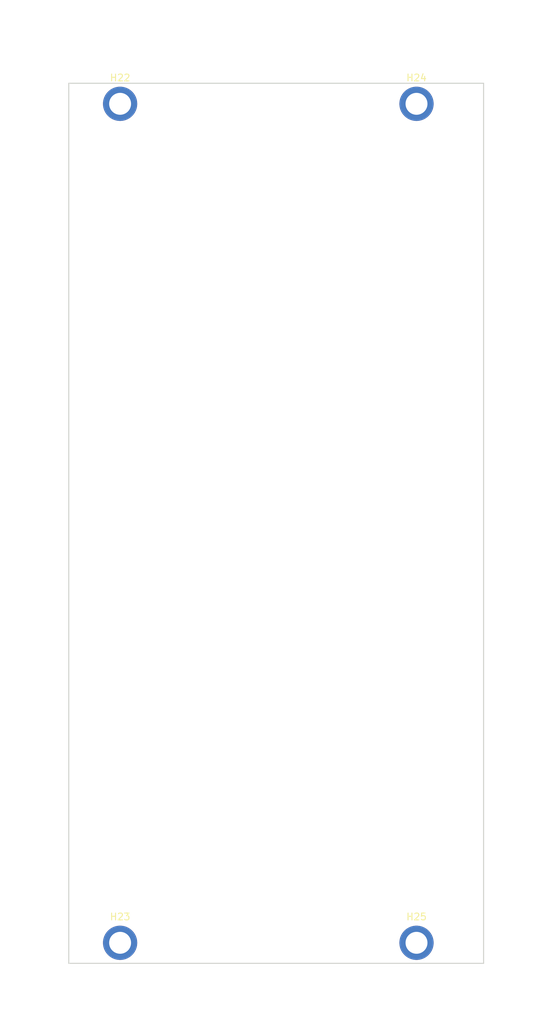
<source format=kicad_pcb>
(kicad_pcb (version 20171130) (host pcbnew 5.1.10)

  (general
    (thickness 1.6)
    (drawings 16)
    (tracks 0)
    (zones 0)
    (modules 27)
    (nets 1)
  )

  (page A4)
  (title_block
    (title "(title)")
    (comment 1 "PCB for panel")
    (comment 2 "(description)")
    (comment 4 "License CC BY 4.0 - Attribution 4.0 International")
  )

  (layers
    (0 F.Cu signal)
    (31 B.Cu signal)
    (32 B.Adhes user)
    (33 F.Adhes user)
    (34 B.Paste user)
    (35 F.Paste user)
    (36 B.SilkS user)
    (37 F.SilkS user)
    (38 B.Mask user)
    (39 F.Mask user)
    (40 Dwgs.User user)
    (41 Cmts.User user)
    (42 Eco1.User user)
    (43 Eco2.User user)
    (44 Edge.Cuts user)
    (45 Margin user)
    (46 B.CrtYd user)
    (47 F.CrtYd user)
    (48 B.Fab user)
    (49 F.Fab user)
  )

  (setup
    (last_trace_width 0.25)
    (trace_clearance 0.2)
    (zone_clearance 0.508)
    (zone_45_only no)
    (trace_min 0.2)
    (via_size 0.8)
    (via_drill 0.4)
    (via_min_size 0.4)
    (via_min_drill 0.3)
    (uvia_size 0.3)
    (uvia_drill 0.1)
    (uvias_allowed no)
    (uvia_min_size 0.2)
    (uvia_min_drill 0.1)
    (edge_width 0.05)
    (segment_width 0.2)
    (pcb_text_width 0.3)
    (pcb_text_size 1.5 1.5)
    (mod_edge_width 0.12)
    (mod_text_size 1 1)
    (mod_text_width 0.15)
    (pad_size 1.524 1.524)
    (pad_drill 0.762)
    (pad_to_mask_clearance 0)
    (aux_axis_origin 0 0)
    (visible_elements FFFFFF7F)
    (pcbplotparams
      (layerselection 0x010fc_ffffffff)
      (usegerberextensions false)
      (usegerberattributes true)
      (usegerberadvancedattributes true)
      (creategerberjobfile true)
      (excludeedgelayer true)
      (linewidth 0.100000)
      (plotframeref false)
      (viasonmask false)
      (mode 1)
      (useauxorigin false)
      (hpglpennumber 1)
      (hpglpenspeed 20)
      (hpglpendiameter 15.000000)
      (psnegative false)
      (psa4output false)
      (plotreference true)
      (plotvalue true)
      (plotinvisibletext false)
      (padsonsilk false)
      (subtractmaskfromsilk false)
      (outputformat 1)
      (mirror false)
      (drillshape 1)
      (scaleselection 1)
      (outputdirectory ""))
  )

  (net 0 "")

  (net_class Default "This is the default net class."
    (clearance 0.2)
    (trace_width 0.25)
    (via_dia 0.8)
    (via_drill 0.4)
    (uvia_dia 0.3)
    (uvia_drill 0.1)
  )

  (module elektrophon:LED_Monitor (layer F.Cu) (tedit 5DE4F2C0) (tstamp 6102778E)
    (at 79.281 84.601 90)
    (descr "Imported from LED Monitor.svg")
    (tags svg2mod)
    (path /5DD9DCB6)
    (zone_connect 2)
    (attr smd)
    (fp_text reference H27 (at 0 -5.054774 90) (layer F.SilkS) hide
      (effects (font (size 1.524 1.524) (thickness 0.3048)))
    )
    (fp_text value LED_L_5 (at 0 5.054774 90) (layer F.SilkS) hide
      (effects (font (size 1.524 1.524) (thickness 0.3048)))
    )
    (fp_circle (center 0 0) (end 1 0) (layer B.Mask) (width 2))
    (fp_circle (center 0 0) (end 1 0) (layer F.Mask) (width 2))
  )

  (module elektrophon:LED_Monitor (layer F.Cu) (tedit 5DE4F2C0) (tstamp 61027788)
    (at 84.281 89.601 90)
    (descr "Imported from LED Monitor.svg")
    (tags svg2mod)
    (path /5DD99030)
    (zone_connect 2)
    (attr smd)
    (fp_text reference H26 (at 0 -5.054774 90) (layer F.SilkS) hide
      (effects (font (size 1.524 1.524) (thickness 0.3048)))
    )
    (fp_text value LED_R_5 (at 0 5.054774 90) (layer F.SilkS) hide
      (effects (font (size 1.524 1.524) (thickness 0.3048)))
    )
    (fp_circle (center 0 0) (end 1 0) (layer B.Mask) (width 2))
    (fp_circle (center 0 0) (end 1 0) (layer F.Mask) (width 2))
  )

  (module elektrophon:LED_Monitor (layer F.Cu) (tedit 5DE4F2C0) (tstamp 6102775E)
    (at 93.331 98.801 90)
    (descr "Imported from LED Monitor.svg")
    (tags svg2mod)
    (path /5DD9DCB0)
    (zone_connect 2)
    (attr smd)
    (fp_text reference H21 (at 0 -5.054774 90) (layer F.SilkS) hide
      (effects (font (size 1.524 1.524) (thickness 0.3048)))
    )
    (fp_text value LED_L_4 (at 0 5.054774 90) (layer F.SilkS) hide
      (effects (font (size 1.524 1.524) (thickness 0.3048)))
    )
    (fp_circle (center 0 0) (end 1 0) (layer B.Mask) (width 2))
    (fp_circle (center 0 0) (end 1 0) (layer F.Mask) (width 2))
  )

  (module elektrophon:LED_Monitor (layer F.Cu) (tedit 5DE4F2C0) (tstamp 61027758)
    (at 98.331 103.801 90)
    (descr "Imported from LED Monitor.svg")
    (tags svg2mod)
    (path /5DD98DFD)
    (zone_connect 2)
    (attr smd)
    (fp_text reference H20 (at 0 -5.054774 90) (layer F.SilkS) hide
      (effects (font (size 1.524 1.524) (thickness 0.3048)))
    )
    (fp_text value LED_R_4 (at 0 5.054774 90) (layer F.SilkS) hide
      (effects (font (size 1.524 1.524) (thickness 0.3048)))
    )
    (fp_circle (center 0 0) (end 1 0) (layer B.Mask) (width 2))
    (fp_circle (center 0 0) (end 1 0) (layer F.Mask) (width 2))
  )

  (module elektrophon:LED_Monitor (layer F.Cu) (tedit 5DE4F2C0) (tstamp 61027752)
    (at 74.281 84.601 90)
    (descr "Imported from LED Monitor.svg")
    (tags svg2mod)
    (path /5DD9DCAA)
    (zone_connect 2)
    (attr smd)
    (fp_text reference H19 (at 0 -5.054774 90) (layer F.SilkS) hide
      (effects (font (size 1.524 1.524) (thickness 0.3048)))
    )
    (fp_text value LED_L_3 (at 0 5.054774 90) (layer F.SilkS) hide
      (effects (font (size 1.524 1.524) (thickness 0.3048)))
    )
    (fp_circle (center 0 0) (end 1 0) (layer B.Mask) (width 2))
    (fp_circle (center 0 0) (end 1 0) (layer F.Mask) (width 2))
  )

  (module elektrophon:LED_Monitor (layer F.Cu) (tedit 5DE4F2C0) (tstamp 6102774C)
    (at 79.281 89.601 90)
    (descr "Imported from LED Monitor.svg")
    (tags svg2mod)
    (path /5DD98CB0)
    (zone_connect 2)
    (attr smd)
    (fp_text reference H18 (at 0 -5.054774 90) (layer F.SilkS) hide
      (effects (font (size 1.524 1.524) (thickness 0.3048)))
    )
    (fp_text value LED_R_3 (at 0 5.054774 90) (layer F.SilkS) hide
      (effects (font (size 1.524 1.524) (thickness 0.3048)))
    )
    (fp_circle (center 0 0) (end 1 0) (layer B.Mask) (width 2))
    (fp_circle (center 0 0) (end 1 0) (layer F.Mask) (width 2))
  )

  (module elektrophon:LED_Monitor (layer F.Cu) (tedit 5DE4F2C0) (tstamp 61027746)
    (at 93.331 103.801 90)
    (descr "Imported from LED Monitor.svg")
    (tags svg2mod)
    (path /5DD9DCA4)
    (zone_connect 2)
    (attr smd)
    (fp_text reference H17 (at 0 -5.054774 90) (layer F.SilkS) hide
      (effects (font (size 1.524 1.524) (thickness 0.3048)))
    )
    (fp_text value LED_L_2 (at 0 5.054774 90) (layer F.SilkS) hide
      (effects (font (size 1.524 1.524) (thickness 0.3048)))
    )
    (fp_circle (center 0 0) (end 1 0) (layer B.Mask) (width 2))
    (fp_circle (center 0 0) (end 1 0) (layer F.Mask) (width 2))
  )

  (module elektrophon:LED_Monitor (layer F.Cu) (tedit 5DE4F2C0) (tstamp 61027740)
    (at 98.331 108.801 90)
    (descr "Imported from LED Monitor.svg")
    (tags svg2mod)
    (path /5DD98B35)
    (zone_connect 2)
    (attr smd)
    (fp_text reference H16 (at 0 -5.054774 90) (layer F.SilkS) hide
      (effects (font (size 1.524 1.524) (thickness 0.3048)))
    )
    (fp_text value LED_R_2 (at 0 5.054774 90) (layer F.SilkS) hide
      (effects (font (size 1.524 1.524) (thickness 0.3048)))
    )
    (fp_circle (center 0 0) (end 1 0) (layer B.Mask) (width 2))
    (fp_circle (center 0 0) (end 1 0) (layer F.Mask) (width 2))
  )

  (module elektrophon:LED_Monitor (layer F.Cu) (tedit 5DE4F2C0) (tstamp 6102773A)
    (at 74.281 89.601 90)
    (descr "Imported from LED Monitor.svg")
    (tags svg2mod)
    (path /5DD9DC9E)
    (zone_connect 2)
    (attr smd)
    (fp_text reference H15 (at 0 -5.054774 90) (layer F.SilkS) hide
      (effects (font (size 1.524 1.524) (thickness 0.3048)))
    )
    (fp_text value LED_L_1 (at 0 5.054774 90) (layer F.SilkS) hide
      (effects (font (size 1.524 1.524) (thickness 0.3048)))
    )
    (fp_circle (center 0 0) (end 1 0) (layer B.Mask) (width 2))
    (fp_circle (center 0 0) (end 1 0) (layer F.Mask) (width 2))
  )

  (module elektrophon:LED_Monitor (layer F.Cu) (tedit 5DE4F2C0) (tstamp 61027734)
    (at 93.331 108.801 90)
    (descr "Imported from LED Monitor.svg")
    (tags svg2mod)
    (path /5DD989C0)
    (zone_connect 2)
    (attr smd)
    (fp_text reference H14 (at 0 -5.054774 90) (layer F.SilkS) hide
      (effects (font (size 1.524 1.524) (thickness 0.3048)))
    )
    (fp_text value LED_R_1 (at 0 5.054774 90) (layer F.SilkS) hide
      (effects (font (size 1.524 1.524) (thickness 0.3048)))
    )
    (fp_circle (center 0 0) (end 1 0) (layer B.Mask) (width 2))
    (fp_circle (center 0 0) (end 1 0) (layer F.Mask) (width 2))
  )

  (module elektrophon:panel_jack (layer F.Cu) (tedit 60C77876) (tstamp 6102772E)
    (at 95.556 144.376 90)
    (descr "Mounting Hole 8.4mm, no annular, M8")
    (tags "mounting hole 8.4mm no annular m8")
    (path /5D745729)
    (attr virtual)
    (fp_text reference H13 (at 0 -9.4 90) (layer F.SilkS) hide
      (effects (font (size 1 1) (thickness 0.15)))
    )
    (fp_text value LINE (at 0 9.144 90) (layer F.Mask)
      (effects (font (size 2 1.4) (thickness 0.25)))
    )
    (fp_text user %R (at 0.3 0 90) (layer F.Fab)
      (effects (font (size 1 1) (thickness 0.15)))
    )
    (fp_circle (center 0 0) (end 4 0) (layer Cmts.User) (width 0.15))
    (fp_circle (center 0 0) (end 4.2 0) (layer F.CrtYd) (width 0.05))
    (pad "" np_thru_hole circle (at 0 0 90) (size 6.4 6.4) (drill 6.4) (layers *.Cu *.Mask))
    (model "${KIPRJMOD}/../../../lib/kicad/models/PJ301M-12 Thonkiconn v0.2.stp"
      (offset (xyz 0 0.8 -10.5))
      (scale (xyz 1 1 1))
      (rotate (xyz 0 0 0))
    )
  )

  (module elektrophon:panel_potentiometer (layer F.Cu) (tedit 60C7789D) (tstamp 61027726)
    (at 83.706 99.226 90)
    (descr "Mounting Hole 8.4mm, no annular, M8")
    (tags "mounting hole 8.4mm no annular m8")
    (path /5D744E11)
    (attr virtual)
    (fp_text reference H12 (at 0 -9.4 90) (layer F.SilkS) hide
      (effects (font (size 1 1) (thickness 0.15)))
    )
    (fp_text value PAN (at 0 9.144 90) (layer F.Mask)
      (effects (font (size 2 1.4) (thickness 0.25)))
    )
    (fp_text user %R (at 0.3 0 90) (layer F.Fab)
      (effects (font (size 1 1) (thickness 0.15)))
    )
    (fp_circle (center 0 0) (end 6.35 0) (layer Cmts.User) (width 0.15))
    (fp_circle (center 0 0) (end 6.6 0) (layer F.CrtYd) (width 0.05))
    (pad "" np_thru_hole circle (at 0 0 90) (size 7.4 7.4) (drill 7.4) (layers *.Cu *.Mask))
    (model ${KIPRJMOD}/../../../lib/kicad/models/ALPHA-RD901F-40.step
      (offset (xyz 0 0.5 -12))
      (scale (xyz 1 1 1))
      (rotate (xyz 0 0 0))
    )
  )

  (module elektrophon:panel_potentiometer (layer F.Cu) (tedit 60C7789D) (tstamp 6102771E)
    (at 69.456 99.226 90)
    (descr "Mounting Hole 8.4mm, no annular, M8")
    (tags "mounting hole 8.4mm no annular m8")
    (path /5D743CC3)
    (attr virtual)
    (fp_text reference H11 (at 0 -9.4 90) (layer F.SilkS) hide
      (effects (font (size 1 1) (thickness 0.15)))
    )
    (fp_text value PAN (at 0 9.144 90) (layer F.Mask)
      (effects (font (size 2 1.4) (thickness 0.25)))
    )
    (fp_text user %R (at 0.3 0 90) (layer F.Fab)
      (effects (font (size 1 1) (thickness 0.15)))
    )
    (fp_circle (center 0 0) (end 6.35 0) (layer Cmts.User) (width 0.15))
    (fp_circle (center 0 0) (end 6.6 0) (layer F.CrtYd) (width 0.05))
    (pad "" np_thru_hole circle (at 0 0 90) (size 7.4 7.4) (drill 7.4) (layers *.Cu *.Mask))
    (model ${KIPRJMOD}/../../../lib/kicad/models/ALPHA-RD901F-40.step
      (offset (xyz 0 0.5 -12))
      (scale (xyz 1 1 1))
      (rotate (xyz 0 0 0))
    )
  )

  (module elektrophon:panel_potentiometer (layer F.Cu) (tedit 60C7789D) (tstamp 61027716)
    (at 83.706 113.476 90)
    (descr "Mounting Hole 8.4mm, no annular, M8")
    (tags "mounting hole 8.4mm no annular m8")
    (path /5D743CBD)
    (attr virtual)
    (fp_text reference H10 (at 0 -9.4 90) (layer F.SilkS) hide
      (effects (font (size 1 1) (thickness 0.15)))
    )
    (fp_text value PAN (at 0 9.144 90) (layer F.Mask)
      (effects (font (size 2 1.4) (thickness 0.25)))
    )
    (fp_text user %R (at 0.3 0 90) (layer F.Fab)
      (effects (font (size 1 1) (thickness 0.15)))
    )
    (fp_circle (center 0 0) (end 6.35 0) (layer Cmts.User) (width 0.15))
    (fp_circle (center 0 0) (end 6.6 0) (layer F.CrtYd) (width 0.05))
    (pad "" np_thru_hole circle (at 0 0 90) (size 7.4 7.4) (drill 7.4) (layers *.Cu *.Mask))
    (model ${KIPRJMOD}/../../../lib/kicad/models/ALPHA-RD901F-40.step
      (offset (xyz 0 0.5 -12))
      (scale (xyz 1 1 1))
      (rotate (xyz 0 0 0))
    )
  )

  (module elektrophon:panel_potentiometer (layer F.Cu) (tedit 60C7789D) (tstamp 6102770E)
    (at 69.456 113.476 90)
    (descr "Mounting Hole 8.4mm, no annular, M8")
    (tags "mounting hole 8.4mm no annular m8")
    (path /5D743CB7)
    (attr virtual)
    (fp_text reference H9 (at 0 -9.4 90) (layer F.SilkS) hide
      (effects (font (size 1 1) (thickness 0.15)))
    )
    (fp_text value PAN (at 0 9.144 90) (layer F.Mask)
      (effects (font (size 2 1.4) (thickness 0.25)))
    )
    (fp_text user %R (at 0.3 0 90) (layer F.Fab)
      (effects (font (size 1 1) (thickness 0.15)))
    )
    (fp_circle (center 0 0) (end 6.35 0) (layer Cmts.User) (width 0.15))
    (fp_circle (center 0 0) (end 6.6 0) (layer F.CrtYd) (width 0.05))
    (pad "" np_thru_hole circle (at 0 0 90) (size 7.4 7.4) (drill 7.4) (layers *.Cu *.Mask))
    (model ${KIPRJMOD}/../../../lib/kicad/models/ALPHA-RD901F-40.step
      (offset (xyz 0 0.5 -12))
      (scale (xyz 1 1 1))
      (rotate (xyz 0 0 0))
    )
  )

  (module elektrophon:panel_potentiometer (layer F.Cu) (tedit 60C7789D) (tstamp 61027706)
    (at 83.706 127.726 90)
    (descr "Mounting Hole 8.4mm, no annular, M8")
    (tags "mounting hole 8.4mm no annular m8")
    (path /5D744E0B)
    (attr virtual)
    (fp_text reference H8 (at 0 -9.4 90) (layer F.SilkS) hide
      (effects (font (size 1 1) (thickness 0.15)))
    )
    (fp_text value VOL (at 0 9.144 90) (layer F.Mask)
      (effects (font (size 2 1.4) (thickness 0.25)))
    )
    (fp_text user %R (at 0.3 0 90) (layer F.Fab)
      (effects (font (size 1 1) (thickness 0.15)))
    )
    (fp_circle (center 0 0) (end 6.35 0) (layer Cmts.User) (width 0.15))
    (fp_circle (center 0 0) (end 6.6 0) (layer F.CrtYd) (width 0.05))
    (pad "" np_thru_hole circle (at 0 0 90) (size 7.4 7.4) (drill 7.4) (layers *.Cu *.Mask))
    (model ${KIPRJMOD}/../../../lib/kicad/models/ALPHA-RD901F-40.step
      (offset (xyz 0 0.5 -12))
      (scale (xyz 1 1 1))
      (rotate (xyz 0 0 0))
    )
  )

  (module elektrophon:panel_potentiometer (layer F.Cu) (tedit 60C7789D) (tstamp 610276FE)
    (at 69.456 127.726 90)
    (descr "Mounting Hole 8.4mm, no annular, M8")
    (tags "mounting hole 8.4mm no annular m8")
    (path /5D7431FE)
    (attr virtual)
    (fp_text reference H7 (at 0 -9.4 90) (layer F.SilkS) hide
      (effects (font (size 1 1) (thickness 0.15)))
    )
    (fp_text value VOL (at 0 9.144 90) (layer F.Mask)
      (effects (font (size 2 1.4) (thickness 0.25)))
    )
    (fp_text user %R (at 0.3 0 90) (layer F.Fab)
      (effects (font (size 1 1) (thickness 0.15)))
    )
    (fp_circle (center 0 0) (end 6.35 0) (layer Cmts.User) (width 0.15))
    (fp_circle (center 0 0) (end 6.6 0) (layer F.CrtYd) (width 0.05))
    (pad "" np_thru_hole circle (at 0 0 90) (size 7.4 7.4) (drill 7.4) (layers *.Cu *.Mask))
    (model ${KIPRJMOD}/../../../lib/kicad/models/ALPHA-RD901F-40.step
      (offset (xyz 0 0.5 -12))
      (scale (xyz 1 1 1))
      (rotate (xyz 0 0 0))
    )
  )

  (module elektrophon:panel_potentiometer (layer F.Cu) (tedit 60C7789D) (tstamp 610276F6)
    (at 83.706 141.976 90)
    (descr "Mounting Hole 8.4mm, no annular, M8")
    (tags "mounting hole 8.4mm no annular m8")
    (path /5D7431F8)
    (attr virtual)
    (fp_text reference H6 (at 0 -9.4 90) (layer F.SilkS) hide
      (effects (font (size 1 1) (thickness 0.15)))
    )
    (fp_text value VOL (at 0 9.144 90) (layer F.Mask)
      (effects (font (size 2 1.4) (thickness 0.25)))
    )
    (fp_text user %R (at 0.3 0 90) (layer F.Fab)
      (effects (font (size 1 1) (thickness 0.15)))
    )
    (fp_circle (center 0 0) (end 6.35 0) (layer Cmts.User) (width 0.15))
    (fp_circle (center 0 0) (end 6.6 0) (layer F.CrtYd) (width 0.05))
    (pad "" np_thru_hole circle (at 0 0 90) (size 7.4 7.4) (drill 7.4) (layers *.Cu *.Mask))
    (model ${KIPRJMOD}/../../../lib/kicad/models/ALPHA-RD901F-40.step
      (offset (xyz 0 0.5 -12))
      (scale (xyz 1 1 1))
      (rotate (xyz 0 0 0))
    )
  )

  (module elektrophon:panel_potentiometer (layer F.Cu) (tedit 60C7789D) (tstamp 610276EE)
    (at 69.456 141.976 90)
    (descr "Mounting Hole 8.4mm, no annular, M8")
    (tags "mounting hole 8.4mm no annular m8")
    (path /5D7431F2)
    (attr virtual)
    (fp_text reference H5 (at 0 -9.4 90) (layer F.SilkS) hide
      (effects (font (size 1 1) (thickness 0.15)))
    )
    (fp_text value VOL (at 0 9.144 90) (layer F.Mask)
      (effects (font (size 2 1.4) (thickness 0.25)))
    )
    (fp_text user %R (at 0.3 0 90) (layer F.Fab)
      (effects (font (size 1 1) (thickness 0.15)))
    )
    (fp_circle (center 0 0) (end 6.35 0) (layer Cmts.User) (width 0.15))
    (fp_circle (center 0 0) (end 6.6 0) (layer F.CrtYd) (width 0.05))
    (pad "" np_thru_hole circle (at 0 0 90) (size 7.4 7.4) (drill 7.4) (layers *.Cu *.Mask))
    (model ${KIPRJMOD}/../../../lib/kicad/models/ALPHA-RD901F-40.step
      (offset (xyz 0 0.5 -12))
      (scale (xyz 1 1 1))
      (rotate (xyz 0 0 0))
    )
  )

  (module elektrophon:panel_jack (layer F.Cu) (tedit 60C77876) (tstamp 610276E6)
    (at 95.556 116.026 90)
    (descr "Mounting Hole 8.4mm, no annular, M8")
    (tags "mounting hole 8.4mm no annular m8")
    (path /5D744E05)
    (attr virtual)
    (fp_text reference H4 (at 0 -9.4 90) (layer F.SilkS) hide
      (effects (font (size 1 1) (thickness 0.15)))
    )
    (fp_text value "#4" (at 0 9.144 90) (layer F.Mask)
      (effects (font (size 2 1.4) (thickness 0.25)))
    )
    (fp_text user %R (at 0.3 0 90) (layer F.Fab)
      (effects (font (size 1 1) (thickness 0.15)))
    )
    (fp_circle (center 0 0) (end 4 0) (layer Cmts.User) (width 0.15))
    (fp_circle (center 0 0) (end 4.2 0) (layer F.CrtYd) (width 0.05))
    (pad "" np_thru_hole circle (at 0 0 90) (size 6.4 6.4) (drill 6.4) (layers *.Cu *.Mask))
    (model "${KIPRJMOD}/../../../lib/kicad/models/PJ301M-12 Thonkiconn v0.2.stp"
      (offset (xyz 0 0.8 -10.5))
      (scale (xyz 1 1 1))
      (rotate (xyz 0 0 0))
    )
  )

  (module elektrophon:panel_jack (layer F.Cu) (tedit 60C77876) (tstamp 610276DE)
    (at 95.556 125.476 90)
    (descr "Mounting Hole 8.4mm, no annular, M8")
    (tags "mounting hole 8.4mm no annular m8")
    (path /5D742005)
    (attr virtual)
    (fp_text reference H3 (at 0 -9.4 90) (layer F.SilkS) hide
      (effects (font (size 1 1) (thickness 0.15)))
    )
    (fp_text value "#3" (at 0 9.144 90) (layer F.Mask)
      (effects (font (size 2 1.4) (thickness 0.25)))
    )
    (fp_text user %R (at 0.3 0 90) (layer F.Fab)
      (effects (font (size 1 1) (thickness 0.15)))
    )
    (fp_circle (center 0 0) (end 4 0) (layer Cmts.User) (width 0.15))
    (fp_circle (center 0 0) (end 4.2 0) (layer F.CrtYd) (width 0.05))
    (pad "" np_thru_hole circle (at 0 0 90) (size 6.4 6.4) (drill 6.4) (layers *.Cu *.Mask))
    (model "${KIPRJMOD}/../../../lib/kicad/models/PJ301M-12 Thonkiconn v0.2.stp"
      (offset (xyz 0 0.8 -10.5))
      (scale (xyz 1 1 1))
      (rotate (xyz 0 0 0))
    )
  )

  (module elektrophon:panel_jack (layer F.Cu) (tedit 60C77876) (tstamp 610276D6)
    (at 95.556 134.926 90)
    (descr "Mounting Hole 8.4mm, no annular, M8")
    (tags "mounting hole 8.4mm no annular m8")
    (path /5D741EDD)
    (attr virtual)
    (fp_text reference H2 (at 0 -9.4 90) (layer F.SilkS) hide
      (effects (font (size 1 1) (thickness 0.15)))
    )
    (fp_text value "#2" (at 0 9.144 90) (layer F.Mask)
      (effects (font (size 2 1.4) (thickness 0.25)))
    )
    (fp_text user %R (at 0.3 0 90) (layer F.Fab)
      (effects (font (size 1 1) (thickness 0.15)))
    )
    (fp_circle (center 0 0) (end 4 0) (layer Cmts.User) (width 0.15))
    (fp_circle (center 0 0) (end 4.2 0) (layer F.CrtYd) (width 0.05))
    (pad "" np_thru_hole circle (at 0 0 90) (size 6.4 6.4) (drill 6.4) (layers *.Cu *.Mask))
    (model "${KIPRJMOD}/../../../lib/kicad/models/PJ301M-12 Thonkiconn v0.2.stp"
      (offset (xyz 0 0.8 -10.5))
      (scale (xyz 1 1 1))
      (rotate (xyz 0 0 0))
    )
  )

  (module elektrophon:panel_jack (layer F.Cu) (tedit 60C77876) (tstamp 610276CE)
    (at 67.056 87.376 90)
    (descr "Mounting Hole 8.4mm, no annular, M8")
    (tags "mounting hole 8.4mm no annular m8")
    (path /5D741E82)
    (attr virtual)
    (fp_text reference H1 (at 0 -9.4 90) (layer F.SilkS) hide
      (effects (font (size 1 1) (thickness 0.15)))
    )
    (fp_text value "#1" (at 0 9.144 90) (layer F.Mask)
      (effects (font (size 2 1.4) (thickness 0.25)))
    )
    (fp_text user %R (at 0.3 0 90) (layer F.Fab)
      (effects (font (size 1 1) (thickness 0.15)))
    )
    (fp_circle (center 0 0) (end 4 0) (layer Cmts.User) (width 0.15))
    (fp_circle (center 0 0) (end 4.2 0) (layer F.CrtYd) (width 0.05))
    (pad "" np_thru_hole circle (at 0 0 90) (size 6.4 6.4) (drill 6.4) (layers *.Cu *.Mask))
    (model "${KIPRJMOD}/../../../lib/kicad/models/PJ301M-12 Thonkiconn v0.2.stp"
      (offset (xyz 0 0.8 -10.5))
      (scale (xyz 1 1 1))
      (rotate (xyz 0 0 0))
    )
  )

  (module elektrophon:MountingHole_Panel_3.2mm_M3 (layer F.Cu) (tedit 60C777D2) (tstamp 60AD6062)
    (at 101.6 176.3)
    (descr "Mounting Hole 3.2mm, M3, DIN965")
    (tags "mounting hole 3.2mm m3 din965")
    (path /60AD634C)
    (attr virtual)
    (fp_text reference H25 (at 0 -3.8) (layer F.SilkS)
      (effects (font (size 1 1) (thickness 0.15)))
    )
    (fp_text value MountingHole (at 0 3.8) (layer F.Fab)
      (effects (font (size 1 1) (thickness 0.15)))
    )
    (fp_circle (center 0 0) (end 3.05 0) (layer F.CrtYd) (width 0.05))
    (fp_circle (center 0 0) (end 2.8 0) (layer Cmts.User) (width 0.15))
    (fp_text user %R (at 0.3 0) (layer F.Fab)
      (effects (font (size 1 1) (thickness 0.15)))
    )
    (pad 1 connect circle (at 0 0) (size 5 5) (layers B.Cu B.Mask))
    (pad 1 connect circle (at 0 0) (size 5 5) (layers F.Cu F.Mask))
    (pad 1 thru_hole circle (at 0 0) (size 3.6 3.6) (drill 3.2) (layers *.Cu *.Mask))
  )

  (module elektrophon:MountingHole_Panel_3.2mm_M3 (layer F.Cu) (tedit 60C777D2) (tstamp 60AD605A)
    (at 101.6 53.8)
    (descr "Mounting Hole 3.2mm, M3, DIN965")
    (tags "mounting hole 3.2mm m3 din965")
    (path /60AD6346)
    (attr virtual)
    (fp_text reference H24 (at 0 -3.8) (layer F.SilkS)
      (effects (font (size 1 1) (thickness 0.15)))
    )
    (fp_text value MountingHole (at 0 3.8) (layer F.Fab)
      (effects (font (size 1 1) (thickness 0.15)))
    )
    (fp_circle (center 0 0) (end 3.05 0) (layer F.CrtYd) (width 0.05))
    (fp_circle (center 0 0) (end 2.8 0) (layer Cmts.User) (width 0.15))
    (fp_text user %R (at 0.3 0) (layer F.Fab)
      (effects (font (size 1 1) (thickness 0.15)))
    )
    (pad 1 connect circle (at 0 0) (size 5 5) (layers B.Cu B.Mask))
    (pad 1 connect circle (at 0 0) (size 5 5) (layers F.Cu F.Mask))
    (pad 1 thru_hole circle (at 0 0) (size 3.6 3.6) (drill 3.2) (layers *.Cu *.Mask))
  )

  (module elektrophon:MountingHole_Panel_3.2mm_M3 (layer F.Cu) (tedit 60C777D2) (tstamp 6097E813)
    (at 58.3 176.3)
    (descr "Mounting Hole 3.2mm, M3, DIN965")
    (tags "mounting hole 3.2mm m3 din965")
    (path /6097A580)
    (attr virtual)
    (fp_text reference H23 (at 0 -3.8) (layer F.SilkS)
      (effects (font (size 1 1) (thickness 0.15)))
    )
    (fp_text value MountingHole (at 0 3.8) (layer F.Fab)
      (effects (font (size 1 1) (thickness 0.15)))
    )
    (fp_circle (center 0 0) (end 3.05 0) (layer F.CrtYd) (width 0.05))
    (fp_circle (center 0 0) (end 2.8 0) (layer Cmts.User) (width 0.15))
    (fp_text user %R (at 0.3 0) (layer F.Fab)
      (effects (font (size 1 1) (thickness 0.15)))
    )
    (pad 1 connect circle (at 0 0) (size 5 5) (layers B.Cu B.Mask))
    (pad 1 connect circle (at 0 0) (size 5 5) (layers F.Cu F.Mask))
    (pad 1 thru_hole circle (at 0 0) (size 3.6 3.6) (drill 3.2) (layers *.Cu *.Mask))
  )

  (module elektrophon:MountingHole_Panel_3.2mm_M3 (layer F.Cu) (tedit 60C777D2) (tstamp 6097E80B)
    (at 58.3 53.8)
    (descr "Mounting Hole 3.2mm, M3, DIN965")
    (tags "mounting hole 3.2mm m3 din965")
    (path /6097A217)
    (attr virtual)
    (fp_text reference H22 (at 0 -3.8) (layer F.SilkS)
      (effects (font (size 1 1) (thickness 0.15)))
    )
    (fp_text value MountingHole (at 0 3.8) (layer F.Fab)
      (effects (font (size 1 1) (thickness 0.15)))
    )
    (fp_circle (center 0 0) (end 3.05 0) (layer F.CrtYd) (width 0.05))
    (fp_circle (center 0 0) (end 2.8 0) (layer Cmts.User) (width 0.15))
    (fp_text user %R (at 0.3 0) (layer F.Fab)
      (effects (font (size 1 1) (thickness 0.15)))
    )
    (pad 1 connect circle (at 0 0) (size 5 5) (layers B.Cu B.Mask))
    (pad 1 connect circle (at 0 0) (size 5 5) (layers F.Cu F.Mask))
    (pad 1 thru_hole circle (at 0 0) (size 3.6 3.6) (drill 3.2) (layers *.Cu *.Mask))
  )

  (dimension 60.6 (width 0.15) (layer Dwgs.User)
    (gr_text "60.600 mm" (at 81.1 39.34) (layer Dwgs.User)
      (effects (font (size 1 1) (thickness 0.15)))
    )
    (feature1 (pts (xy 111.4 50.8) (xy 111.4 40.053579)))
    (feature2 (pts (xy 50.8 50.8) (xy 50.8 40.053579)))
    (crossbar (pts (xy 50.8 40.64) (xy 111.4 40.64)))
    (arrow1a (pts (xy 111.4 40.64) (xy 110.273496 41.226421)))
    (arrow1b (pts (xy 111.4 40.64) (xy 110.273496 40.053579)))
    (arrow2a (pts (xy 50.8 40.64) (xy 51.926504 41.226421)))
    (arrow2b (pts (xy 50.8 40.64) (xy 51.926504 40.053579)))
  )
  (gr_line (start 101.6 50.8) (end 101.6 187.96) (layer Dwgs.User) (width 0.15) (tstamp 60AD5DC1))
  (gr_text name (at 83.82 53.8) (layer F.Mask)
    (effects (font (size 3 3) (thickness 0.35)))
  )
  (dimension 21.82 (width 0.15) (layer Dwgs.User)
    (gr_text "21.820 mm" (at 44.42 168.39 270) (layer Dwgs.User)
      (effects (font (size 1 1) (thickness 0.15)))
    )
    (feature1 (pts (xy 50.8 179.3) (xy 45.133579 179.3)))
    (feature2 (pts (xy 50.8 157.48) (xy 45.133579 157.48)))
    (crossbar (pts (xy 45.72 157.48) (xy 45.72 179.3)))
    (arrow1a (pts (xy 45.72 179.3) (xy 45.133579 178.173496)))
    (arrow1b (pts (xy 45.72 179.3) (xy 46.306421 178.173496)))
    (arrow2a (pts (xy 45.72 157.48) (xy 45.133579 158.606504)))
    (arrow2b (pts (xy 45.72 157.48) (xy 46.306421 158.606504)))
  )
  (gr_line (start 50.8 157.48) (end 116.84 157.48) (layer Dwgs.User) (width 0.15) (tstamp 6097E920))
  (gr_line (start 50.8 137.16) (end 116.84 137.16) (layer Dwgs.User) (width 0.15) (tstamp 6097E91D))
  (gr_line (start 50.8 116.84) (end 116.84 116.84) (layer Dwgs.User) (width 0.15) (tstamp 6097E917))
  (gr_line (start 50.8 76.2) (end 116.84 76.2) (layer Dwgs.User) (width 0.15) (tstamp 6097E905))
  (gr_line (start 50.8 96.52) (end 116.84 96.52) (layer Dwgs.User) (width 0.15))
  (gr_line (start 81.28 50.8) (end 81.28 187.96) (layer Dwgs.User) (width 0.15))
  (gr_line (start 60.96 50.8) (end 60.96 187.96) (layer Dwgs.User) (width 0.15))
  (dimension 128.5 (width 0.15) (layer Dwgs.User)
    (gr_text "128.500 mm" (at 118.14 115.05 270) (layer Dwgs.User)
      (effects (font (size 1 1) (thickness 0.15)))
    )
    (feature1 (pts (xy 111.42 179.3) (xy 117.426421 179.3)))
    (feature2 (pts (xy 111.42 50.8) (xy 117.426421 50.8)))
    (crossbar (pts (xy 116.84 50.8) (xy 116.84 179.3)))
    (arrow1a (pts (xy 116.84 179.3) (xy 116.253579 178.173496)))
    (arrow1b (pts (xy 116.84 179.3) (xy 117.426421 178.173496)))
    (arrow2a (pts (xy 116.84 50.8) (xy 116.253579 51.926504)))
    (arrow2b (pts (xy 116.84 50.8) (xy 117.426421 51.926504)))
  )
  (gr_line (start 50.8 50.8) (end 50.8 179.3) (layer Edge.Cuts) (width 0.15) (tstamp 60977F7D))
  (gr_line (start 111.4 179.3) (end 50.8 179.3) (layer Edge.Cuts) (width 0.15))
  (gr_line (start 111.4 50.8) (end 111.4 179.3) (layer Edge.Cuts) (width 0.15))
  (gr_line (start 50.8 50.8) (end 111.4 50.8) (layer Edge.Cuts) (width 0.15))

)

</source>
